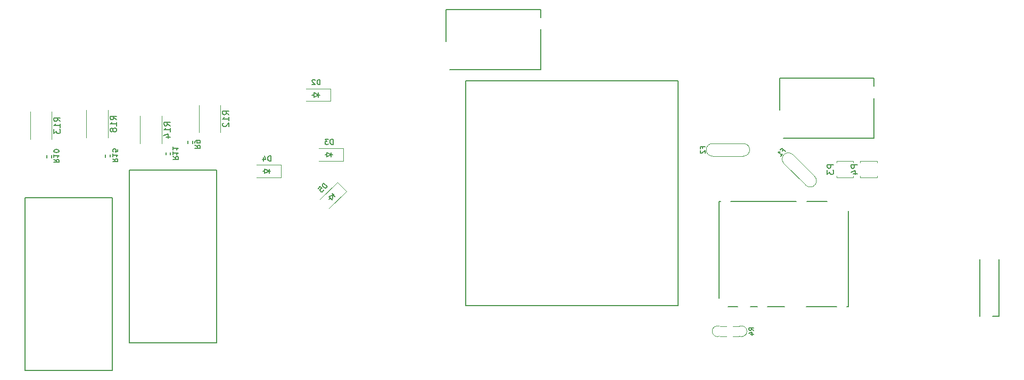
<source format=gbo>
G04 #@! TF.GenerationSoftware,KiCad,Pcbnew,7.0.9-7.0.9~ubuntu22.04.1*
G04 #@! TF.CreationDate,2023-12-28T07:52:06+00:00*
G04 #@! TF.ProjectId,uaeficopiedtovfr,75616566-6963-46f7-9069-6564746f7666,rev?*
G04 #@! TF.SameCoordinates,Original*
G04 #@! TF.FileFunction,Legend,Bot*
G04 #@! TF.FilePolarity,Positive*
%FSLAX46Y46*%
G04 Gerber Fmt 4.6, Leading zero omitted, Abs format (unit mm)*
G04 Created by KiCad (PCBNEW 7.0.9-7.0.9~ubuntu22.04.1) date 2023-12-28 07:52:06*
%MOMM*%
%LPD*%
G01*
G04 APERTURE LIST*
%ADD10C,0.127000*%
%ADD11C,0.150000*%
%ADD12C,0.170000*%
%ADD13C,0.099060*%
%ADD14C,0.120000*%
%ADD15C,0.200000*%
%ADD16C,0.203200*%
G04 APERTURE END LIST*
D10*
X120045911Y15402000D02*
X119683054Y15656000D01*
X120045911Y15837429D02*
X119283911Y15837429D01*
X119283911Y15837429D02*
X119283911Y15547143D01*
X119283911Y15547143D02*
X119320197Y15474572D01*
X119320197Y15474572D02*
X119356483Y15438286D01*
X119356483Y15438286D02*
X119429054Y15402000D01*
X119429054Y15402000D02*
X119537911Y15402000D01*
X119537911Y15402000D02*
X119610483Y15438286D01*
X119610483Y15438286D02*
X119646768Y15474572D01*
X119646768Y15474572D02*
X119683054Y15547143D01*
X119683054Y15547143D02*
X119683054Y15837429D01*
X119537911Y14748857D02*
X120045911Y14748857D01*
X119247626Y14930286D02*
X119791911Y15111715D01*
X119791911Y15111715D02*
X119791911Y14640000D01*
D11*
X132754819Y41813095D02*
X131754819Y41813095D01*
X131754819Y41813095D02*
X131754819Y41432143D01*
X131754819Y41432143D02*
X131802438Y41336905D01*
X131802438Y41336905D02*
X131850057Y41289286D01*
X131850057Y41289286D02*
X131945295Y41241667D01*
X131945295Y41241667D02*
X132088152Y41241667D01*
X132088152Y41241667D02*
X132183390Y41289286D01*
X132183390Y41289286D02*
X132231009Y41336905D01*
X132231009Y41336905D02*
X132278628Y41432143D01*
X132278628Y41432143D02*
X132278628Y41813095D01*
X131754819Y40908333D02*
X131754819Y40289286D01*
X131754819Y40289286D02*
X132135771Y40622619D01*
X132135771Y40622619D02*
X132135771Y40479762D01*
X132135771Y40479762D02*
X132183390Y40384524D01*
X132183390Y40384524D02*
X132231009Y40336905D01*
X132231009Y40336905D02*
X132326247Y40289286D01*
X132326247Y40289286D02*
X132564342Y40289286D01*
X132564342Y40289286D02*
X132659580Y40336905D01*
X132659580Y40336905D02*
X132707200Y40384524D01*
X132707200Y40384524D02*
X132754819Y40479762D01*
X132754819Y40479762D02*
X132754819Y40765476D01*
X132754819Y40765476D02*
X132707200Y40860714D01*
X132707200Y40860714D02*
X132659580Y40908333D01*
X136534819Y41813095D02*
X135534819Y41813095D01*
X135534819Y41813095D02*
X135534819Y41432143D01*
X135534819Y41432143D02*
X135582438Y41336905D01*
X135582438Y41336905D02*
X135630057Y41289286D01*
X135630057Y41289286D02*
X135725295Y41241667D01*
X135725295Y41241667D02*
X135868152Y41241667D01*
X135868152Y41241667D02*
X135963390Y41289286D01*
X135963390Y41289286D02*
X136011009Y41336905D01*
X136011009Y41336905D02*
X136058628Y41432143D01*
X136058628Y41432143D02*
X136058628Y41813095D01*
X135868152Y40384524D02*
X136534819Y40384524D01*
X135487200Y40622619D02*
X136201485Y40860714D01*
X136201485Y40860714D02*
X136201485Y40241667D01*
D10*
X111896768Y44429000D02*
X111896768Y44683000D01*
X112295911Y44683000D02*
X111533911Y44683000D01*
X111533911Y44683000D02*
X111533911Y44320143D01*
X111606483Y44066143D02*
X111570197Y44029857D01*
X111570197Y44029857D02*
X111533911Y43957285D01*
X111533911Y43957285D02*
X111533911Y43775857D01*
X111533911Y43775857D02*
X111570197Y43703285D01*
X111570197Y43703285D02*
X111606483Y43667000D01*
X111606483Y43667000D02*
X111679054Y43630714D01*
X111679054Y43630714D02*
X111751626Y43630714D01*
X111751626Y43630714D02*
X111860483Y43667000D01*
X111860483Y43667000D02*
X112295911Y44102428D01*
X112295911Y44102428D02*
X112295911Y43630714D01*
X124613537Y44020672D02*
X124793142Y44200277D01*
X125075379Y43918041D02*
X124536563Y44456856D01*
X124536563Y44456856D02*
X124279985Y44200277D01*
X124331300Y43173962D02*
X124639195Y43481857D01*
X124485248Y43327910D02*
X123946432Y43866725D01*
X123946432Y43866725D02*
X124074722Y43841067D01*
X124074722Y43841067D02*
X124177353Y43841067D01*
X124177353Y43841067D02*
X124254327Y43866725D01*
D11*
X27224819Y48017858D02*
X26748628Y48351191D01*
X27224819Y48589286D02*
X26224819Y48589286D01*
X26224819Y48589286D02*
X26224819Y48208334D01*
X26224819Y48208334D02*
X26272438Y48113096D01*
X26272438Y48113096D02*
X26320057Y48065477D01*
X26320057Y48065477D02*
X26415295Y48017858D01*
X26415295Y48017858D02*
X26558152Y48017858D01*
X26558152Y48017858D02*
X26653390Y48065477D01*
X26653390Y48065477D02*
X26701009Y48113096D01*
X26701009Y48113096D02*
X26748628Y48208334D01*
X26748628Y48208334D02*
X26748628Y48589286D01*
X27224819Y47065477D02*
X27224819Y47636905D01*
X27224819Y47351191D02*
X26224819Y47351191D01*
X26224819Y47351191D02*
X26367676Y47446429D01*
X26367676Y47446429D02*
X26462914Y47541667D01*
X26462914Y47541667D02*
X26510533Y47636905D01*
X26558152Y46208334D02*
X27224819Y46208334D01*
X26177200Y46446429D02*
X26891485Y46684524D01*
X26891485Y46684524D02*
X26891485Y46065477D01*
X36574819Y49767858D02*
X36098628Y50101191D01*
X36574819Y50339286D02*
X35574819Y50339286D01*
X35574819Y50339286D02*
X35574819Y49958334D01*
X35574819Y49958334D02*
X35622438Y49863096D01*
X35622438Y49863096D02*
X35670057Y49815477D01*
X35670057Y49815477D02*
X35765295Y49767858D01*
X35765295Y49767858D02*
X35908152Y49767858D01*
X35908152Y49767858D02*
X36003390Y49815477D01*
X36003390Y49815477D02*
X36051009Y49863096D01*
X36051009Y49863096D02*
X36098628Y49958334D01*
X36098628Y49958334D02*
X36098628Y50339286D01*
X36574819Y48815477D02*
X36574819Y49386905D01*
X36574819Y49101191D02*
X35574819Y49101191D01*
X35574819Y49101191D02*
X35717676Y49196429D01*
X35717676Y49196429D02*
X35812914Y49291667D01*
X35812914Y49291667D02*
X35860533Y49386905D01*
X35670057Y48434524D02*
X35622438Y48386905D01*
X35622438Y48386905D02*
X35574819Y48291667D01*
X35574819Y48291667D02*
X35574819Y48053572D01*
X35574819Y48053572D02*
X35622438Y47958334D01*
X35622438Y47958334D02*
X35670057Y47910715D01*
X35670057Y47910715D02*
X35765295Y47863096D01*
X35765295Y47863096D02*
X35860533Y47863096D01*
X35860533Y47863096D02*
X36003390Y47910715D01*
X36003390Y47910715D02*
X36574819Y48482143D01*
X36574819Y48482143D02*
X36574819Y47863096D01*
D12*
X18063014Y42765093D02*
X18453490Y42491760D01*
X18063014Y42296522D02*
X18883014Y42296522D01*
X18883014Y42296522D02*
X18883014Y42608903D01*
X18883014Y42608903D02*
X18843966Y42686998D01*
X18843966Y42686998D02*
X18804919Y42726045D01*
X18804919Y42726045D02*
X18726823Y42765093D01*
X18726823Y42765093D02*
X18609681Y42765093D01*
X18609681Y42765093D02*
X18531585Y42726045D01*
X18531585Y42726045D02*
X18492538Y42686998D01*
X18492538Y42686998D02*
X18453490Y42608903D01*
X18453490Y42608903D02*
X18453490Y42296522D01*
X18063014Y43546045D02*
X18063014Y43077474D01*
X18063014Y43311760D02*
X18883014Y43311760D01*
X18883014Y43311760D02*
X18765871Y43233664D01*
X18765871Y43233664D02*
X18687776Y43155569D01*
X18687776Y43155569D02*
X18648728Y43077474D01*
X18883014Y44287950D02*
X18883014Y43897474D01*
X18883014Y43897474D02*
X18492538Y43858426D01*
X18492538Y43858426D02*
X18531585Y43897474D01*
X18531585Y43897474D02*
X18570633Y43975569D01*
X18570633Y43975569D02*
X18570633Y44170807D01*
X18570633Y44170807D02*
X18531585Y44248902D01*
X18531585Y44248902D02*
X18492538Y44287950D01*
X18492538Y44287950D02*
X18414442Y44326997D01*
X18414442Y44326997D02*
X18219204Y44326997D01*
X18219204Y44326997D02*
X18141109Y44287950D01*
X18141109Y44287950D02*
X18102062Y44248902D01*
X18102062Y44248902D02*
X18063014Y44170807D01*
X18063014Y44170807D02*
X18063014Y43975569D01*
X18063014Y43975569D02*
X18102062Y43897474D01*
X18102062Y43897474D02*
X18141109Y43858426D01*
X51050237Y54554492D02*
X51050237Y55374492D01*
X51050237Y55374492D02*
X50854999Y55374492D01*
X50854999Y55374492D02*
X50737856Y55335444D01*
X50737856Y55335444D02*
X50659761Y55257349D01*
X50659761Y55257349D02*
X50620714Y55179254D01*
X50620714Y55179254D02*
X50581666Y55023063D01*
X50581666Y55023063D02*
X50581666Y54905920D01*
X50581666Y54905920D02*
X50620714Y54749730D01*
X50620714Y54749730D02*
X50659761Y54671635D01*
X50659761Y54671635D02*
X50737856Y54593539D01*
X50737856Y54593539D02*
X50854999Y54554492D01*
X50854999Y54554492D02*
X51050237Y54554492D01*
X50269285Y55296397D02*
X50230237Y55335444D01*
X50230237Y55335444D02*
X50152142Y55374492D01*
X50152142Y55374492D02*
X49956904Y55374492D01*
X49956904Y55374492D02*
X49878809Y55335444D01*
X49878809Y55335444D02*
X49839761Y55296397D01*
X49839761Y55296397D02*
X49800714Y55218301D01*
X49800714Y55218301D02*
X49800714Y55140206D01*
X49800714Y55140206D02*
X49839761Y55023063D01*
X49839761Y55023063D02*
X50308333Y54554492D01*
X50308333Y54554492D02*
X49800714Y54554492D01*
X52213610Y38293061D02*
X51633783Y38872889D01*
X51633783Y38872889D02*
X51495729Y38734835D01*
X51495729Y38734835D02*
X51440507Y38624391D01*
X51440507Y38624391D02*
X51440507Y38513948D01*
X51440507Y38513948D02*
X51468118Y38431115D01*
X51468118Y38431115D02*
X51550950Y38293061D01*
X51550950Y38293061D02*
X51633783Y38210229D01*
X51633783Y38210229D02*
X51771837Y38127396D01*
X51771837Y38127396D02*
X51854670Y38099785D01*
X51854670Y38099785D02*
X51965113Y38099785D01*
X51965113Y38099785D02*
X52075556Y38155007D01*
X52075556Y38155007D02*
X52213610Y38293061D01*
X50777847Y38016953D02*
X51053955Y38293061D01*
X51053955Y38293061D02*
X51357675Y38044564D01*
X51357675Y38044564D02*
X51302453Y38044564D01*
X51302453Y38044564D02*
X51219620Y38016953D01*
X51219620Y38016953D02*
X51081566Y37878899D01*
X51081566Y37878899D02*
X51053955Y37796066D01*
X51053955Y37796066D02*
X51053955Y37740844D01*
X51053955Y37740844D02*
X51081566Y37658012D01*
X51081566Y37658012D02*
X51219620Y37519958D01*
X51219620Y37519958D02*
X51302453Y37492347D01*
X51302453Y37492347D02*
X51357675Y37492347D01*
X51357675Y37492347D02*
X51440507Y37519958D01*
X51440507Y37519958D02*
X51578561Y37658012D01*
X51578561Y37658012D02*
X51606172Y37740844D01*
X51606172Y37740844D02*
X51606172Y37796066D01*
X31163014Y44915093D02*
X31553490Y44641760D01*
X31163014Y44446522D02*
X31983014Y44446522D01*
X31983014Y44446522D02*
X31983014Y44758903D01*
X31983014Y44758903D02*
X31943966Y44836998D01*
X31943966Y44836998D02*
X31904919Y44876045D01*
X31904919Y44876045D02*
X31826823Y44915093D01*
X31826823Y44915093D02*
X31709681Y44915093D01*
X31709681Y44915093D02*
X31631585Y44876045D01*
X31631585Y44876045D02*
X31592538Y44836998D01*
X31592538Y44836998D02*
X31553490Y44758903D01*
X31553490Y44758903D02*
X31553490Y44446522D01*
X31163014Y45305569D02*
X31163014Y45461760D01*
X31163014Y45461760D02*
X31202062Y45539855D01*
X31202062Y45539855D02*
X31241109Y45578903D01*
X31241109Y45578903D02*
X31358252Y45656998D01*
X31358252Y45656998D02*
X31514442Y45696045D01*
X31514442Y45696045D02*
X31826823Y45696045D01*
X31826823Y45696045D02*
X31904919Y45656998D01*
X31904919Y45656998D02*
X31943966Y45617950D01*
X31943966Y45617950D02*
X31983014Y45539855D01*
X31983014Y45539855D02*
X31983014Y45383664D01*
X31983014Y45383664D02*
X31943966Y45305569D01*
X31943966Y45305569D02*
X31904919Y45266522D01*
X31904919Y45266522D02*
X31826823Y45227474D01*
X31826823Y45227474D02*
X31631585Y45227474D01*
X31631585Y45227474D02*
X31553490Y45266522D01*
X31553490Y45266522D02*
X31514442Y45305569D01*
X31514442Y45305569D02*
X31475395Y45383664D01*
X31475395Y45383664D02*
X31475395Y45539855D01*
X31475395Y45539855D02*
X31514442Y45617950D01*
X31514442Y45617950D02*
X31553490Y45656998D01*
X31553490Y45656998D02*
X31631585Y45696045D01*
D11*
X18674819Y48967858D02*
X18198628Y49301191D01*
X18674819Y49539286D02*
X17674819Y49539286D01*
X17674819Y49539286D02*
X17674819Y49158334D01*
X17674819Y49158334D02*
X17722438Y49063096D01*
X17722438Y49063096D02*
X17770057Y49015477D01*
X17770057Y49015477D02*
X17865295Y48967858D01*
X17865295Y48967858D02*
X18008152Y48967858D01*
X18008152Y48967858D02*
X18103390Y49015477D01*
X18103390Y49015477D02*
X18151009Y49063096D01*
X18151009Y49063096D02*
X18198628Y49158334D01*
X18198628Y49158334D02*
X18198628Y49539286D01*
X18674819Y48015477D02*
X18674819Y48586905D01*
X18674819Y48301191D02*
X17674819Y48301191D01*
X17674819Y48301191D02*
X17817676Y48396429D01*
X17817676Y48396429D02*
X17912914Y48491667D01*
X17912914Y48491667D02*
X17960533Y48586905D01*
X18103390Y47444048D02*
X18055771Y47539286D01*
X18055771Y47539286D02*
X18008152Y47586905D01*
X18008152Y47586905D02*
X17912914Y47634524D01*
X17912914Y47634524D02*
X17865295Y47634524D01*
X17865295Y47634524D02*
X17770057Y47586905D01*
X17770057Y47586905D02*
X17722438Y47539286D01*
X17722438Y47539286D02*
X17674819Y47444048D01*
X17674819Y47444048D02*
X17674819Y47253572D01*
X17674819Y47253572D02*
X17722438Y47158334D01*
X17722438Y47158334D02*
X17770057Y47110715D01*
X17770057Y47110715D02*
X17865295Y47063096D01*
X17865295Y47063096D02*
X17912914Y47063096D01*
X17912914Y47063096D02*
X18008152Y47110715D01*
X18008152Y47110715D02*
X18055771Y47158334D01*
X18055771Y47158334D02*
X18103390Y47253572D01*
X18103390Y47253572D02*
X18103390Y47444048D01*
X18103390Y47444048D02*
X18151009Y47539286D01*
X18151009Y47539286D02*
X18198628Y47586905D01*
X18198628Y47586905D02*
X18293866Y47634524D01*
X18293866Y47634524D02*
X18484342Y47634524D01*
X18484342Y47634524D02*
X18579580Y47586905D01*
X18579580Y47586905D02*
X18627200Y47539286D01*
X18627200Y47539286D02*
X18674819Y47444048D01*
X18674819Y47444048D02*
X18674819Y47253572D01*
X18674819Y47253572D02*
X18627200Y47158334D01*
X18627200Y47158334D02*
X18579580Y47110715D01*
X18579580Y47110715D02*
X18484342Y47063096D01*
X18484342Y47063096D02*
X18293866Y47063096D01*
X18293866Y47063096D02*
X18198628Y47110715D01*
X18198628Y47110715D02*
X18151009Y47158334D01*
X18151009Y47158334D02*
X18103390Y47253572D01*
D12*
X53105237Y45054492D02*
X53105237Y45874492D01*
X53105237Y45874492D02*
X52909999Y45874492D01*
X52909999Y45874492D02*
X52792856Y45835444D01*
X52792856Y45835444D02*
X52714761Y45757349D01*
X52714761Y45757349D02*
X52675714Y45679254D01*
X52675714Y45679254D02*
X52636666Y45523063D01*
X52636666Y45523063D02*
X52636666Y45405920D01*
X52636666Y45405920D02*
X52675714Y45249730D01*
X52675714Y45249730D02*
X52714761Y45171635D01*
X52714761Y45171635D02*
X52792856Y45093539D01*
X52792856Y45093539D02*
X52909999Y45054492D01*
X52909999Y45054492D02*
X53105237Y45054492D01*
X52363333Y45874492D02*
X51855714Y45874492D01*
X51855714Y45874492D02*
X52129047Y45562111D01*
X52129047Y45562111D02*
X52011904Y45562111D01*
X52011904Y45562111D02*
X51933809Y45523063D01*
X51933809Y45523063D02*
X51894761Y45484016D01*
X51894761Y45484016D02*
X51855714Y45405920D01*
X51855714Y45405920D02*
X51855714Y45210682D01*
X51855714Y45210682D02*
X51894761Y45132587D01*
X51894761Y45132587D02*
X51933809Y45093539D01*
X51933809Y45093539D02*
X52011904Y45054492D01*
X52011904Y45054492D02*
X52246190Y45054492D01*
X52246190Y45054492D02*
X52324285Y45093539D01*
X52324285Y45093539D02*
X52363333Y45132587D01*
X43200237Y42404492D02*
X43200237Y43224492D01*
X43200237Y43224492D02*
X43004999Y43224492D01*
X43004999Y43224492D02*
X42887856Y43185444D01*
X42887856Y43185444D02*
X42809761Y43107349D01*
X42809761Y43107349D02*
X42770714Y43029254D01*
X42770714Y43029254D02*
X42731666Y42873063D01*
X42731666Y42873063D02*
X42731666Y42755920D01*
X42731666Y42755920D02*
X42770714Y42599730D01*
X42770714Y42599730D02*
X42809761Y42521635D01*
X42809761Y42521635D02*
X42887856Y42443539D01*
X42887856Y42443539D02*
X43004999Y42404492D01*
X43004999Y42404492D02*
X43200237Y42404492D01*
X42028809Y42951159D02*
X42028809Y42404492D01*
X42224047Y43263539D02*
X42419285Y42677825D01*
X42419285Y42677825D02*
X41911666Y42677825D01*
X8713014Y42665093D02*
X9103490Y42391760D01*
X8713014Y42196522D02*
X9533014Y42196522D01*
X9533014Y42196522D02*
X9533014Y42508903D01*
X9533014Y42508903D02*
X9493966Y42586998D01*
X9493966Y42586998D02*
X9454919Y42626045D01*
X9454919Y42626045D02*
X9376823Y42665093D01*
X9376823Y42665093D02*
X9259681Y42665093D01*
X9259681Y42665093D02*
X9181585Y42626045D01*
X9181585Y42626045D02*
X9142538Y42586998D01*
X9142538Y42586998D02*
X9103490Y42508903D01*
X9103490Y42508903D02*
X9103490Y42196522D01*
X8713014Y43446045D02*
X8713014Y42977474D01*
X8713014Y43211760D02*
X9533014Y43211760D01*
X9533014Y43211760D02*
X9415871Y43133664D01*
X9415871Y43133664D02*
X9337776Y43055569D01*
X9337776Y43055569D02*
X9298728Y42977474D01*
X9533014Y43953664D02*
X9533014Y44031759D01*
X9533014Y44031759D02*
X9493966Y44109855D01*
X9493966Y44109855D02*
X9454919Y44148902D01*
X9454919Y44148902D02*
X9376823Y44187950D01*
X9376823Y44187950D02*
X9220633Y44226997D01*
X9220633Y44226997D02*
X9025395Y44226997D01*
X9025395Y44226997D02*
X8869204Y44187950D01*
X8869204Y44187950D02*
X8791109Y44148902D01*
X8791109Y44148902D02*
X8752062Y44109855D01*
X8752062Y44109855D02*
X8713014Y44031759D01*
X8713014Y44031759D02*
X8713014Y43953664D01*
X8713014Y43953664D02*
X8752062Y43875569D01*
X8752062Y43875569D02*
X8791109Y43836521D01*
X8791109Y43836521D02*
X8869204Y43797474D01*
X8869204Y43797474D02*
X9025395Y43758426D01*
X9025395Y43758426D02*
X9220633Y43758426D01*
X9220633Y43758426D02*
X9376823Y43797474D01*
X9376823Y43797474D02*
X9454919Y43836521D01*
X9454919Y43836521D02*
X9493966Y43875569D01*
X9493966Y43875569D02*
X9533014Y43953664D01*
D11*
X9724819Y48717858D02*
X9248628Y49051191D01*
X9724819Y49289286D02*
X8724819Y49289286D01*
X8724819Y49289286D02*
X8724819Y48908334D01*
X8724819Y48908334D02*
X8772438Y48813096D01*
X8772438Y48813096D02*
X8820057Y48765477D01*
X8820057Y48765477D02*
X8915295Y48717858D01*
X8915295Y48717858D02*
X9058152Y48717858D01*
X9058152Y48717858D02*
X9153390Y48765477D01*
X9153390Y48765477D02*
X9201009Y48813096D01*
X9201009Y48813096D02*
X9248628Y48908334D01*
X9248628Y48908334D02*
X9248628Y49289286D01*
X9724819Y47765477D02*
X9724819Y48336905D01*
X9724819Y48051191D02*
X8724819Y48051191D01*
X8724819Y48051191D02*
X8867676Y48146429D01*
X8867676Y48146429D02*
X8962914Y48241667D01*
X8962914Y48241667D02*
X9010533Y48336905D01*
X8724819Y47432143D02*
X8724819Y46813096D01*
X8724819Y46813096D02*
X9105771Y47146429D01*
X9105771Y47146429D02*
X9105771Y47003572D01*
X9105771Y47003572D02*
X9153390Y46908334D01*
X9153390Y46908334D02*
X9201009Y46860715D01*
X9201009Y46860715D02*
X9296247Y46813096D01*
X9296247Y46813096D02*
X9534342Y46813096D01*
X9534342Y46813096D02*
X9629580Y46860715D01*
X9629580Y46860715D02*
X9677200Y46908334D01*
X9677200Y46908334D02*
X9724819Y47003572D01*
X9724819Y47003572D02*
X9724819Y47289286D01*
X9724819Y47289286D02*
X9677200Y47384524D01*
X9677200Y47384524D02*
X9629580Y47432143D01*
D12*
X27663014Y43115093D02*
X28053490Y42841760D01*
X27663014Y42646522D02*
X28483014Y42646522D01*
X28483014Y42646522D02*
X28483014Y42958903D01*
X28483014Y42958903D02*
X28443966Y43036998D01*
X28443966Y43036998D02*
X28404919Y43076045D01*
X28404919Y43076045D02*
X28326823Y43115093D01*
X28326823Y43115093D02*
X28209681Y43115093D01*
X28209681Y43115093D02*
X28131585Y43076045D01*
X28131585Y43076045D02*
X28092538Y43036998D01*
X28092538Y43036998D02*
X28053490Y42958903D01*
X28053490Y42958903D02*
X28053490Y42646522D01*
X27663014Y43896045D02*
X27663014Y43427474D01*
X27663014Y43661760D02*
X28483014Y43661760D01*
X28483014Y43661760D02*
X28365871Y43583664D01*
X28365871Y43583664D02*
X28287776Y43505569D01*
X28287776Y43505569D02*
X28248728Y43427474D01*
X27663014Y44676997D02*
X27663014Y44208426D01*
X27663014Y44442712D02*
X28483014Y44442712D01*
X28483014Y44442712D02*
X28365871Y44364616D01*
X28365871Y44364616D02*
X28287776Y44286521D01*
X28287776Y44286521D02*
X28248728Y44208426D01*
D13*
G04 #@! TO.C,R4*
X117724000Y16075000D02*
X116708000Y16075000D01*
X116708000Y14475000D02*
X117724000Y14475000D01*
X115692000Y16075000D02*
X114676000Y16075000D01*
X114676000Y14475000D02*
X115692000Y14475000D01*
D14*
X117775000Y14475001D02*
G75*
G03*
X117779000Y16076637I330000J799999D01*
G01*
X114616398Y16078494D02*
G75*
G03*
X114625000Y14475000I-321398J-803494D01*
G01*
D15*
G04 #@! TO.C,M2*
X155974999Y17650000D02*
X155974999Y26750000D01*
X159075002Y17650000D02*
X158075000Y17650000D01*
X159075002Y17650000D02*
X159075002Y26750000D01*
G04 #@! TO.C,M3*
X86125000Y56950000D02*
X86125000Y63350000D01*
X86125000Y66550000D02*
X86125000Y65250000D01*
X86125000Y66550000D02*
X71125000Y66550000D01*
X71725000Y56950000D02*
X86125000Y56950000D01*
X71125000Y66550000D02*
X71125000Y61450000D01*
G04 #@! TO.C,M7*
X18025000Y9050000D02*
X4125000Y9050000D01*
X4125000Y9050000D02*
X4125000Y36550000D01*
X4125000Y36550000D02*
X18025000Y36550000D01*
X18025000Y36550000D02*
X18025000Y9050000D01*
G04 #@! TO.C,M1*
X128524999Y35950001D02*
X131725002Y35950001D01*
X116424999Y35950001D02*
X126825001Y35950001D01*
X114524999Y35950001D02*
X114824999Y35950001D01*
X114524999Y35950001D02*
X114524999Y20550001D01*
X135124997Y34450001D02*
X135124999Y19150002D01*
X128425001Y19150004D02*
X133225001Y19150004D01*
X122224999Y19150004D02*
X124924999Y19150004D01*
X119525001Y19150004D02*
X120625004Y19150004D01*
X115974999Y19150004D02*
X117524999Y19149999D01*
X134825001Y19150002D02*
X135124999Y19150002D01*
G04 #@! TO.C,M4*
X139175000Y46000000D02*
X139175000Y52400000D01*
X139175000Y55600000D02*
X139175000Y54300000D01*
X139175000Y55600000D02*
X124175000Y55600000D01*
X124775000Y46000000D02*
X139175000Y46000000D01*
X124175000Y55600000D02*
X124175000Y50500000D01*
D14*
G04 #@! TO.C,P3*
X135880000Y39745000D02*
X133220000Y39745000D01*
X133220000Y40039462D02*
X133220000Y39745000D01*
X135880000Y40050627D02*
X135880000Y39745000D01*
X133220000Y42099373D02*
X133220000Y42405000D01*
X135880000Y42110538D02*
X135880000Y42405000D01*
X133220000Y42405000D02*
X135880000Y42405000D01*
G04 #@! TO.C,P4*
X139660000Y39745000D02*
X137000000Y39745000D01*
X137000000Y40039462D02*
X137000000Y39745000D01*
X139660000Y40050627D02*
X139660000Y39745000D01*
X137000000Y42099373D02*
X137000000Y42405000D01*
X139660000Y42110538D02*
X139660000Y42405000D01*
X137000000Y42405000D02*
X139660000Y42405000D01*
G04 #@! TO.C,F2*
X118350000Y45175000D02*
X113500000Y45175000D01*
X118350000Y43175000D02*
X113500000Y43175000D01*
X113500000Y45175000D02*
G75*
G03*
X113500000Y43175000I0J-1000000D01*
G01*
X118400000Y43175000D02*
G75*
G03*
X118400000Y45175000I0J1000000D01*
G01*
D15*
G04 #@! TO.C,M6*
X108025005Y19400015D02*
X74224995Y19400015D01*
X108025005Y55200005D02*
X108025005Y19400015D01*
X108025005Y55200005D02*
X74224995Y55200005D01*
X74224995Y55200005D02*
X74224995Y19400015D01*
D14*
G04 #@! TO.C,F1*
X129704163Y39985051D02*
X126274695Y43414518D01*
X128289949Y38570837D02*
X124860482Y42000305D01*
X126274695Y43414518D02*
G75*
G03*
X124860482Y42000305I-707107J-707106D01*
G01*
X128325305Y38535482D02*
G75*
G03*
X129739518Y39949695I707107J707106D01*
G01*
D15*
G04 #@! TO.C,M5*
X34600000Y13475000D02*
X20700000Y13475000D01*
X20700000Y13475000D02*
X20700000Y40975000D01*
X20700000Y40975000D02*
X34600000Y40975000D01*
X34600000Y40975000D02*
X34600000Y13475000D01*
D14*
G04 #@! TO.C,R14*
X22440000Y45197936D02*
X22440000Y49552064D01*
X25860000Y45197936D02*
X25860000Y49552064D01*
G04 #@! TO.C,R12*
X31790000Y46947936D02*
X31790000Y51302064D01*
X35210000Y46947936D02*
X35210000Y51302064D01*
D16*
G04 #@! TO.C,R15*
X16929160Y43023944D02*
X16929149Y43423943D01*
X17674995Y43025000D02*
X17674985Y43425000D01*
D14*
G04 #@! TO.C,D2*
X52695000Y51925000D02*
X48795000Y51925000D01*
X52695000Y53925000D02*
X52695000Y51925000D01*
X52695000Y53925000D02*
X48795000Y53925000D01*
D12*
X50995000Y52925000D02*
X50795000Y52925000D01*
X50795000Y52575000D02*
X50795000Y53275000D01*
X50795000Y52925000D02*
X50095000Y52575000D01*
X50795000Y52925000D02*
X50095000Y53275000D01*
X50095000Y52575000D02*
X50095000Y53275000D01*
X50095000Y52925000D02*
X49795000Y52925000D01*
D14*
G04 #@! TO.C,D5*
X55235965Y37596751D02*
X52478249Y34839035D01*
X53821751Y39010965D02*
X55235965Y37596751D01*
X53821751Y39010965D02*
X51064035Y36253249D01*
D12*
X53326777Y37101777D02*
X53185355Y36960355D01*
X53432843Y36712868D02*
X52937868Y37207843D01*
X53185355Y36960355D02*
X52937868Y36217893D01*
X53185355Y36960355D02*
X52442893Y36712868D01*
X52937868Y36217893D02*
X52442893Y36712868D01*
X52690381Y36465381D02*
X52478249Y36253249D01*
D16*
G04 #@! TO.C,R9*
X30029160Y45173944D02*
X30029149Y45573943D01*
X30774995Y45175000D02*
X30774985Y45575000D01*
D14*
G04 #@! TO.C,R18*
X13890000Y46147936D02*
X13890000Y50502064D01*
X17310000Y46147936D02*
X17310000Y50502064D01*
G04 #@! TO.C,D3*
X54750000Y42425000D02*
X50850000Y42425000D01*
X54750000Y44425000D02*
X54750000Y42425000D01*
X54750000Y44425000D02*
X50850000Y44425000D01*
D12*
X53050000Y43425000D02*
X52850000Y43425000D01*
X52850000Y43075000D02*
X52850000Y43775000D01*
X52850000Y43425000D02*
X52150000Y43075000D01*
X52850000Y43425000D02*
X52150000Y43775000D01*
X52150000Y43075000D02*
X52150000Y43775000D01*
X52150000Y43425000D02*
X51850000Y43425000D01*
D14*
G04 #@! TO.C,D4*
X44845000Y39775000D02*
X40945000Y39775000D01*
X44845000Y41775000D02*
X44845000Y39775000D01*
X44845000Y41775000D02*
X40945000Y41775000D01*
D12*
X43145000Y40775000D02*
X42945000Y40775000D01*
X42945000Y40425000D02*
X42945000Y41125000D01*
X42945000Y40775000D02*
X42245000Y40425000D01*
X42945000Y40775000D02*
X42245000Y41125000D01*
X42245000Y40425000D02*
X42245000Y41125000D01*
X42245000Y40775000D02*
X41945000Y40775000D01*
D16*
G04 #@! TO.C,R10*
X7579160Y42923944D02*
X7579149Y43323943D01*
X8324995Y42925000D02*
X8324985Y43325000D01*
D14*
G04 #@! TO.C,R13*
X4940000Y45897936D02*
X4940000Y50252064D01*
X8360000Y45897936D02*
X8360000Y50252064D01*
D16*
G04 #@! TO.C,R11*
X26529160Y43373944D02*
X26529149Y43773943D01*
X27274995Y43375000D02*
X27274985Y43775000D01*
G04 #@! TD*
M02*

</source>
